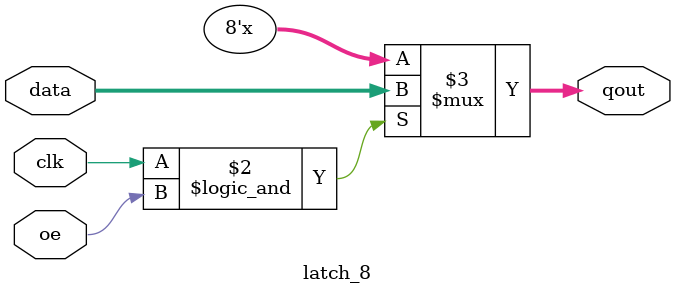
<source format=v>
module  latch_8(qout,data,clk,oe);
output[7:0]  qout;
input[7:0]  data;
input  clk;
input oe;
reg[7:0]  qout;
always @(clk or data)
    	begin
if (clk && oe)  qout<=data;
  		end
endmodule

</source>
